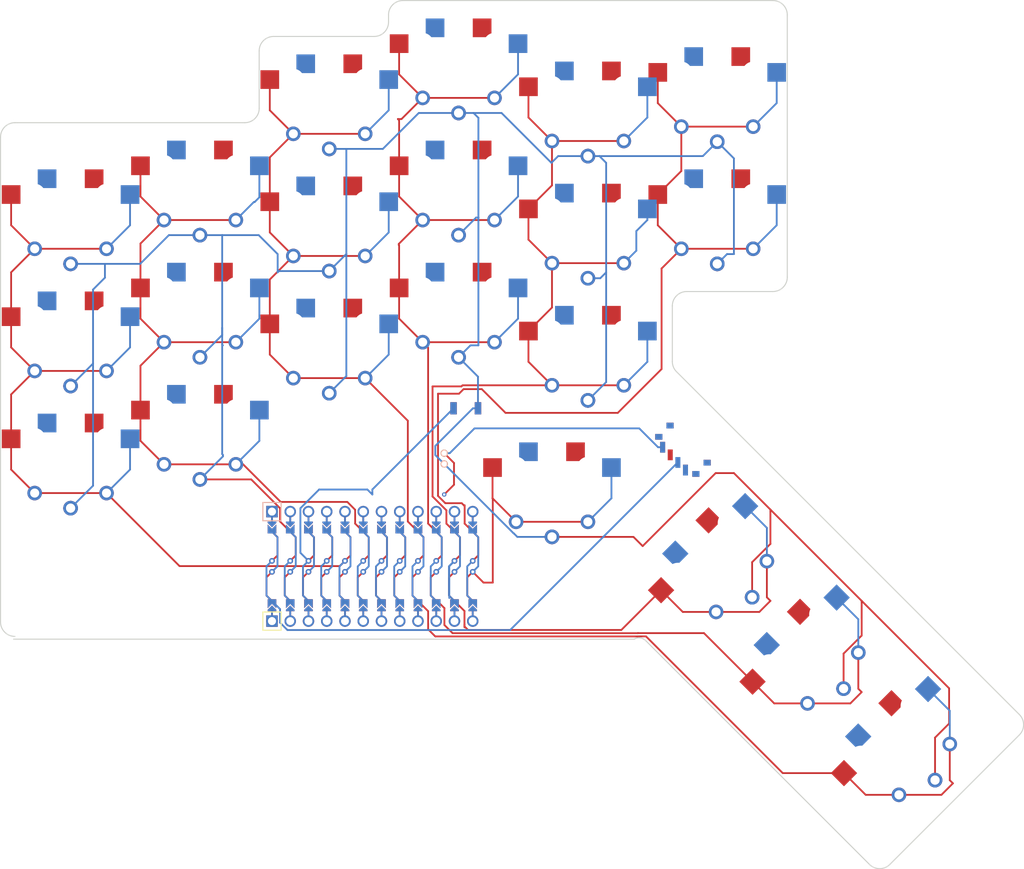
<source format=kicad_pcb>
(kicad_pcb (version 20211014) (generator pcbnew)
  (title_block (title "lenz01") (rev "v1.0.0") (company "Unknown"))
  (layers (0 "F.Cu" signal) (31 "B.Cu" signal) (34 "B.Paste" user) (35 "F.Paste" user) (36 "B.SilkS" user "B.Silkscreen") (37 "F.SilkS" user "F.Silkscreen") (38 "B.Mask" user) (39 "F.Mask" user) (44 "Edge.Cuts" user))
  (net 0 "")
  (net 1 "prepinky_bottom")
  (net 2 "P21")
  (net 3 "GND")
  (net 4 "prepinky_home")
  (net 5 "prepinky_top")
  (net 6 "pinky_bottom")
  (net 7 "P20")
  (net 8 "pinky_home")
  (net 9 "pinky_top")
  (net 10 "ring_bottom")
  (net 11 "P15")
  (net 12 "ring_home")
  (net 13 "ring_top")
  (net 14 "middle_bottom")
  (net 15 "P14")
  (net 16 "middle_home")
  (net 17 "middle_top")
  (net 18 "index_bottom")
  (net 19 "P16")
  (net 20 "index_home")
  (net 21 "index_top")
  (net 22 "postindex_home")
  (net 23 "P10")
  (net 24 "postindex_top")
  (net 25 "near_home")
  (net 26 "P9")
  (net 27 "center1_home")
  (net 28 "P8")
  (net 29 "center2_home")
  (net 30 "P7")
  (net 31 "center3_home")
  (net 32 "P6")
  (net 33 "RAW")
  (net 34 "RST")
  (net 35 "VCC")
  (net 36 "P19")
  (net 37 "P18")
  (net 38 "P1")
  (net 39 "P0")
  (net 40 "P2")
  (net 41 "P3")
  (net 42 "P4")
  (net 43 "P5")
  (net 44 "pos")
  (footprint "lib:bat" (layer "F.Cu") (at 185.74 150.38)
    (fp_text reference "")
    (fp_text value "")
  )
  (footprint "PG1350" (layer "F.Cu") (at 133.74 151.38 180)
    (fp_text reference "S2" hide)
    (fp_text value "" hide)
  )
  (footprint "PG1350" (layer "F.Cu") (at 133.74 117.38)
    (fp_text reference "S5" hide)
    (fp_text value "" hide)
  )
  (footprint "PG1350" (layer "F.Cu") (at 169.74 101.38)
    (fp_text reference "S17" hide)
    (fp_text value "" hide)
  )
  (footprint "PG1350" (layer "F.Cu") (at 187.74 113.38)
    (fp_text reference "S21" hide)
    (fp_text value "" hide)
  )
  (footprint "PG1350" (layer "F.Cu") (at 223.74 117.38)
    (fp_text reference "S31" hide)
    (fp_text value "" hide)
  )
  (footprint "PG1350" (layer "F.Cu") (at 200.74 155.38)
    (fp_text reference "S35" hide)
    (fp_text value "" hide)
  )
  (footprint "PG1350" (layer "F.Cu") (at 133.74 134.38 180)
    (fp_text reference "S4" hide)
    (fp_text value "" hide)
  )
  (footprint "Button_Switch_SMD:SW_SPDT_PCM12" (layer "F.Cu") (at 218.74 149.38 135)
    (fp_text reference "")
    (fp_text value "")
  )
  (footprint "PG1350" (layer "F.Cu") (at 169.74 101.38 180)
    (fp_text reference "S18" hide)
    (fp_text value "" hide)
  )
  (footprint "PG1350" (layer "F.Cu") (at 169.74 135.38)
    (fp_text reference "S13" hide)
    (fp_text value "" hide)
  )
  (footprint "PG1350" (layer "F.Cu") (at 223.74 100.38 180)
    (fp_text reference "S34" hide)
    (fp_text value "" hide)
  )
  (footprint "PG1350" (layer "F.Cu") (at 169.74 135.38 180)
    (fp_text reference "S14" hide)
    (fp_text value "" hide)
  )
  (footprint "Button_Switch_SMD:SW_SPST_B3U-1000P" (layer "F.Cu") (at 188.74 143.38)
    (fp_text reference "")
    (fp_text value "")
  )
  (footprint "PG1350" (layer "F.Cu") (at 187.74 113.38 180)
    (fp_text reference "S22" hide)
    (fp_text value "" hide)
  )
  (footprint "PG1350" (layer "F.Cu") (at 249.880873 190.957164 -135)
    (fp_text reference "S42" hide)
    (fp_text value "" hide)
  )
  (footprint "PG1350" (layer "F.Cu") (at 187.74 130.38 180)
    (fp_text reference "S20" hide)
    (fp_text value "" hide)
  )
  (footprint "PG1350" (layer "F.Cu") (at 151.74 147.38 180)
    (fp_text reference "S8" hide)
    (fp_text value "" hide)
  )
  (footprint "PG1350" (layer "F.Cu") (at 200.74 155.38 180)
    (fp_text reference "S36" hide)
    (fp_text value "" hide)
  )
  (footprint "PG1350" (layer "F.Cu") (at 205.74 119.38)
    (fp_text reference "S27" hide)
    (fp_text value "" hide)
  )
  (footprint "ProMicro" (layer "F.Cu") (at 175.74 165.38)
    (fp_text reference "MCU1" hide)
    (fp_text value "")
  )
  (footprint "PG1350" (layer "F.Cu") (at 237.152951 178.229242 45)
    (fp_text reference "S39" hide)
    (fp_text value "" hide)
  )
  (footprint "PG1350" (layer "F.Cu") (at 205.74 136.38)
    (fp_text reference "S25" hide)
    (fp_text value "" hide)
  )
  (footprint "PG1350" (layer "F.Cu") (at 205.74 136.38 180)
    (fp_text reference "S26" hide)
    (fp_text value "" hide)
  )
  (footprint "PG1350" (layer "F.Cu") (at 205.74 102.38 180)
    (fp_text reference "S30" hide)
    (fp_text value "" hide)
  )
  (footprint "PG1350" (layer "F.Cu") (at 205.74 119.38 180)
    (fp_text reference "S28" hide)
    (fp_text value "" hide)
  )
  (footprint "PG1350" (layer "F.Cu") (at 151.74 130.38)
    (fp_text reference "S9" hide)
    (fp_text value "" hide)
  )
  (footprint "PG1350" (layer "F.Cu") (at 169.74 118.38 180)
    (fp_text reference "S16" hide)
    (fp_text value "" hide)
  )
  (footprint "PG1350" (layer "F.Cu") (at 187.74 96.38)
    (fp_text reference "S23" hide)
    (fp_text value "" hide)
  )
  (footprint "PG1350" (layer "F.Cu") (at 223.74 117.38 180)
    (fp_text reference "S32" hide)
    (fp_text value "" hide)
  )
  (footprint "PG1350" (layer "F.Cu") (at 151.74 147.38)
    (fp_text reference "S7" hide)
    (fp_text value "" hide)
  )
  (footprint "PG1350" (layer "F.Cu") (at 249.880873 190.957164 45)
    (fp_text reference "S41" hide)
    (fp_text value "" hide)
  )
  (footprint "PG1350" (layer "F.Cu") (at 187.74 130.38)
    (fp_text reference "S19" hide)
    (fp_text value "" hide)
  )
  (footprint "PG1350" (layer "F.Cu") (at 133.74 134.38)
    (fp_text reference "S3" hide)
    (fp_text value "" hide)
  )
  (footprint "PG1350" (layer "F.Cu") (at 133.74 117.38 180)
    (fp_text reference "S6" hide)
    (fp_text value "" hide)
  )
  (footprint "PG1350" (layer "F.Cu") (at 223.74 100.38)
    (fp_text reference "S33" hide)
    (fp_text value "" hide)
  )
  (footprint "PG1350" (layer "F.Cu") (at 205.74 102.38)
    (fp_text reference "S29" hide)
    (fp_text value "" hide)
  )
  (footprint "PG1350" (layer "F.Cu") (at 151.74 130.38 180)
    (fp_text reference "S10" hide)
    (fp_text value "" hide)
  )
  (footprint "PG1350" (layer "F.Cu") (at 237.152951 178.229242 -135)
    (fp_text reference "S40" hide)
    (fp_text value "" hide)
  )
  (footprint "VIA-0.6mm" (layer "F.Cu") (at 185.74 155.38)
    (fp_text reference "REF**" hide)
    (fp_text value "VIA-0.6mm" hide)
  )
  (footprint "PG1350" (layer "F.Cu") (at 151.74 113.38 180)
    (fp_text reference "S12" hide)
    (fp_text value "" hide)
  )
  (footprint "PG1350" (layer "F.Cu") (at 169.74 118.38)
    (fp_text reference "S15" hide)
    (fp_text value "" hide)
  )
  (footprint "PG1350" (layer "F.Cu") (at 151.74 113.38)
    (fp_text reference "S11" hide)
    (fp_text value "" hide)
  )
  (footprint "PG1350" (layer "F.Cu") (at 224.425029 165.50132 45)
    (fp_text reference "S37" hide)
    (fp_text value "" hide)
  )
  (footprint "PG1350" (layer "F.Cu") (at 224.425029 165.50132 -135)
    (fp_text reference "S38" hide)
    (fp_text value "" hide)
  )
  (footprint "PG1350" (layer "F.Cu") (at 187.74 96.38 180)
    (fp_text reference "S24" hide)
    (fp_text value "" hide)
  )
  (footprint "PG1350" (layer "F.Cu") (at 133.74 151.38)
    (fp_text reference "S1" hide)
    (fp_text value "" hide)
  )
  (gr_line (start 217.49 136.878214) (end 217.49 129.13) (layer "Edge.Cuts") (width 0.15))
  (gr_line (start 218.075786 138.292428) (end 265.790775 186.007417) (layer "Edge.Cuts") (width 0.15))
  (gr_line (start 125.99 103.63) (end 157.99 103.63) (layer "Edge.Cuts") (width 0.15))
  (gr_arc (start 212.183 175.514) (mid 213.015964 175.341546) (end 213.779845 175.715786) (layer "Edge.Cuts") (width 0.15))
  (gr_line (start 177.99 89.63) (end 177.99 88.63) (layer "Edge.Cuts") (width 0.15))
  (gr_arc (start 123.99 105.63) (mid 124.575786 104.215786) (end 125.99 103.63) (layer "Edge.Cuts") (width 0.15))
  (gr_arc (start 125.99 175.13) (mid 124.575786 174.544214) (end 123.99 173.13) (layer "Edge.Cuts") (width 0.15))
  (gr_line (start 125.807369 175.514) (end 212.183 175.514) (layer "Edge.Cuts") (width 0.15))
  (gr_line (start 219.49 127.13) (end 231.49 127.13) (layer "Edge.Cuts") (width 0.15))
  (gr_arc (start 231.49 86.63) (mid 232.904214 87.215786) (end 233.49 88.63) (layer "Edge.Cuts") (width 0.15))
  (gr_line (start 213.779845 175.715786) (end 244.931126 206.867067) (layer "Edge.Cuts") (width 0.15))
  (gr_arc (start 159.99 101.63) (mid 159.404214 103.044214) (end 157.99 103.63) (layer "Edge.Cuts") (width 0.15))
  (gr_line (start 247.759553 206.867067) (end 265.790776 188.835844) (layer "Edge.Cuts") (width 0.15))
  (gr_line (start 161.99 91.63) (end 175.99 91.63) (layer "Edge.Cuts") (width 0.15))
  (gr_arc (start 233.49 125.13) (mid 232.904214 126.544214) (end 231.49 127.13) (layer "Edge.Cuts") (width 0.15))
  (gr_line (start 233.49 125.13) (end 233.49 88.63) (layer "Edge.Cuts") (width 0.15))
  (gr_arc (start 159.99 93.63) (mid 160.575786 92.215786) (end 161.99 91.63) (layer "Edge.Cuts") (width 0.15))
  (gr_arc (start 247.759553 206.867066) (mid 246.34534 207.452853) (end 244.931126 206.867067) (layer "Edge.Cuts") (width 0.15))
  (gr_line (start 123.99 173.13) (end 123.99 105.63) (layer "Edge.Cuts") (width 0.15))
  (gr_arc (start 177.99 89.63) (mid 177.404214 91.044214) (end 175.99 91.63) (layer "Edge.Cuts") (width 0.15))
  (gr_arc (start 217.49 129.13) (mid 218.075786 127.715786) (end 219.49 127.13) (layer "Edge.Cuts") (width 0.15))
  (gr_arc (start 218.075786 138.292428) (mid 217.64224 137.643581) (end 217.49 136.878214) (layer "Edge.Cuts") (width 0.15))
  (gr_arc (start 177.99 88.63) (mid 178.575786 87.215786) (end 179.99 86.63) (layer "Edge.Cuts") (width 0.15))
  (gr_arc (start 265.790775 186.007417) (mid 266.376562 187.42163) (end 265.790776 188.835844) (layer "Edge.Cuts") (width 0.15))
  (gr_line (start 159.99 101.63) (end 159.99 93.63) (layer "Edge.Cuts") (width 0.15))
  (gr_line (start 179.99 86.63) (end 231.49 86.63) (layer "Edge.Cuts") (width 0.15))
  (segment (start 125.465 151.905) (end 128.74 155.18) (width 0.25) (layer "F.Cu") (net 2))
  (segment (start 125.465 141.455) (end 128.74 138.18) (width 0.25) (layer "F.Cu") (net 2))
  (segment (start 171.205 165.343) (end 171.93 164.618) (width 0.25) (layer "F.Cu") (net 2))
  (segment (start 128.74 138.18) (end 125.465 134.905) (width 0.25) (layer "F.Cu") (net 2))
  (segment (start 125.465 117.905) (end 125.465 113.63) (width 0.25) (layer "F.Cu") (net 2))
  (segment (start 125.465 124.455) (end 128.74 121.18) (width 0.25) (layer "F.Cu") (net 2))
  (segment (start 125.465 134.905) (end 125.465 130.63) (width 0.25) (layer "F.Cu") (net 2))
  (segment (start 138.74 155.18) (end 148.903 165.343) (width 0.25) (layer "F.Cu") (net 2))
  (segment (start 128.74 121.18) (end 125.465 117.905) (width 0.25) (layer "F.Cu") (net 2))
  (segment (start 125.465 147.63) (end 125.465 141.455) (width 0.25) (layer "F.Cu") (net 2))
  (segment (start 125.465 147.63) (end 125.465 151.905) (width 0.25) (layer "F.Cu") (net 2))
  (segment (start 128.74 138.18) (end 138.74 138.18) (width 0.25) (layer "F.Cu") (net 2))
  (segment (start 128.74 155.18) (end 138.74 155.18) (width 0.25) (layer "F.Cu") (net 2))
  (segment (start 128.74 121.18) (end 138.74 121.18) (width 0.25) (layer "F.Cu") (net 2))
  (segment (start 125.465 130.63) (end 125.465 124.455) (width 0.25) (layer "F.Cu") (net 2))
  (segment (start 148.903 165.343) (end 171.205 165.343) (width 0.25) (layer "F.Cu") (net 2))
  (segment (start 142.015 134.905) (end 138.74 138.18) (width 0.25) (layer "B.Cu") (net 2))
  (segment (start 142.015 147.63) (end 142.015 151.905) (width 0.25) (layer "B.Cu") (net 2))
  (segment (start 142.015 130.63) (end 142.015 134.905) (width 0.25) (layer "B.Cu") (net 2))
  (segment (start 142.015 151.905) (end 138.74 155.18) (width 0.25) (layer "B.Cu") (net 2))
  (segment (start 142.015 113.63) (end 142.015 117.905) (width 0.25) (layer "B.Cu") (net 2))
  (segment (start 142.015 117.905) (end 138.74 121.18) (width 0.25) (layer "B.Cu") (net 2))
  (segment (start 254.052803 189.219094) (end 256.01143 187.260467) (width 0.25) (layer "F.Cu") (net 3))
  (segment (start 231.14 162.25372) (end 228.596959 164.796761) (width 0.25) (layer "F.Cu") (net 3))
  (segment (start 162.895 157.294009) (end 162.895 159.139) (width 0.25) (layer "F.Cu") (net 3))
  (segment (start 223.52 152.4) (end 213.36 162.56) (width 0.25) (layer "F.Cu") (net 3))
  (segment (start 241.324881 177.524683) (end 241.324881 182.401172) (width 0.25) (layer "F.Cu") (net 3))
  (segment (start 256.01143 187.260467) (end 256.01143 182.35143) (width 0.25) (layer "F.Cu") (net 3))
  (segment (start 231.14 157.48) (end 231.14 162.25372) (width 0.25) (layer "F.Cu") (net 3))
  (segment (start 226.06 152.4) (end 223.52 152.4) (width 0.25) (layer "F.Cu") (net 3))
  (segment (start 243.84 175.009564) (end 241.324881 177.524683) (width 0.25) (layer "F.Cu") (net 3))
  (segment (start 162.895 159.139) (end 164.31 160.554) (width 0.25) (layer "F.Cu") (net 3))
  (segment (start 151.74 153.28) (end 158.880991 153.28) (width 0.25) (layer "F.Cu") (net 3))
  (segment (start 158.880991 153.28) (end 162.895 157.294009) (width 0.25) (layer "F.Cu") (net 3))
  (segment (start 243.84 170.18) (end 243.84 175.009564) (width 0.25) (layer "F.Cu") (net 3))
  (segment (start 213.36 162.56) (end 212.08 161.28) (width 0.25) (layer "F.Cu") (net 3))
  (segment (start 254.052803 195.129094) (end 254.052803 189.219094) (width 0.25) (layer "F.Cu") (net 3))
  (segment (start 228.596959 164.796761) (end 228.596959 169.67325) (width 0.25) (layer "F.Cu") (net 3))
  (segment (start 256.01143 182.35143) (end 243.84 170.18) (width 0.25) (layer "F.Cu") (net 3))
  (segment (start 243.84 170.18) (end 231.14 157.48) (width 0.25) (layer "F.Cu") (net 3))
  (segment (start 231.14 157.48) (end 226.06 152.4) (width 0.25) (layer "F.Cu") (net 3))
  (segment (start 212.08 161.28) (end 200.74 161.28) (width 0.25) (layer "F.Cu") (net 3))
  (segment (start 147.42 119.28) (end 143.42 123.28) (width 0.25) (layer "B.Cu") (net 3))
  (segment (start 201.6 108.28) (end 205.74 108.28) (width 0.25) (layer "B.Cu") (net 3))
  (segment (start 221.74 108.28) (end 223.74 106.28) (width 0.25) (layer "B.Cu") (net 3))
  (segment (start 187.74 102.28) (end 189.82 102.28) (width 0.25) (layer "B.Cu") (net 3))
  (segment (start 154.84 119.28) (end 159.92 119.28) (width 0.25) (layer "B.Cu") (net 3))
  (segment (start 208.28 124.46) (end 207.46 125.28) (width 0.25) (layer "B.Cu") (net 3))
  (segment (start 190.5 116.84) (end 190.5 134.62) (width 0.25) (layer "B.Cu") (net 3))
  (segment (start 195.419 160.782) (end 195.917 161.28) (width 0.25) (layer "B.Cu") (net 3))
  (segment (start 138.52 125.203301) (end 136.864999 126.858302) (width 0.25) (layer "B.Cu") (net 3))
  (segment (start 154.94 149.86) (end 154.94 150.08) (width 0.25) (layer "B.Cu") (net 3))
  (segment (start 172.12 107.28) (end 177.2 107.28) (width 0.25) (layer "B.Cu") (net 3))
  (segment (start 143.42 123.28) (end 138.52 123.28) (width 0.25) (layer "B.Cu") (net 3))
  (segment (start 172.12 138.9) (end 169.74 141.28) (width 0.25) (layer "B.Cu") (net 3))
  (segment (start 172.12 121.9) (end 172.12 138.9) (width 0.25) (layer "B.Cu") (net 3))
  (segment (start 190.44 138.98) (end 187.74 136.28) (width 0.25) (layer "B.Cu") (net 3))
  (segment (start 190.44 143.38) (end 190.44 138.98) (width 0.25) (layer "B.Cu") (net 3))
  (segment (start 151.74 119.28) (end 147.42 119.28) (width 0.25) (layer "B.Cu") (net 3))
  (segment (start 159.92 119.28) (end 162.56 121.92) (width 0.25) (layer "B.Cu") (net 3))
  (segment (start 226.06 121.92) (end 225.1 121.92) (width 0.25) (layer "B.Cu") (net 3))
  (segment (start 136.864999 154.155001) (end 133.74 157.28) (width 0.25) (layer "B.Cu") (net 3))
  (segment (start 190.5 116.84) (end 190.18 116.84) (width 0.25) (layer "B.Cu") (net 3))
  (segment (start 169.74 107.28) (end 172.12 107.28) (width 0.25) (layer "B.Cu") (net 3))
  (segment (start 223.74 106.28) (end 226.06 108.6) (width 0.25) (layer "B.Cu") (net 3))
  (segment (start 190.18 116.84) (end 187.74 119.28) (width 0.25) (layer "B.Cu") (net 3))
  (segment (start 136.864999 137.155001) (end 133.74 140.28) (width 0.25) (layer "B.Cu") (net 3))
  (segment (start 136.864999 137.155001) (end 136.864999 154.155001) (width 0.25) (layer "B.Cu") (net 3))
  (segment (start 154.84 132.18) (end 154.84 134.52) (width 0.25) (layer "B.Cu") (net 3))
  (segment (start 154.84 133.18) (end 151.74 136.28) (width 0.25) (layer "B.Cu") (net 3))
  (segment (start 162.56 121.92) (end 162.56 124.46) (width 0.25) (layer "B.Cu") (net 3))
  (segment (start 225.1 121.92) (end 223.74 123.28) (width 0.25) (layer "B.Cu") (net 3))
  (segment (start 162.74 124.28) (end 169.74 124.28) (width 0.25) (layer "B.Cu") (net 3))
  (segment (start 177.2 107.28) (end 182.2 102.28) (width 0.25) (layer "B.Cu") (net 3))
  (segment (start 182.2 102.28) (end 187.74 102.28) (width 0.25) (layer "B.Cu") (net 3))
  (segment (start 151.74 119.28) (end 154.84 119.28) (width 0.25) (layer "B.Cu") (net 3))
  (segment (start 189.82 102.28) (end 193.72 102.28) (width 0.25) (layer "B.Cu") (net 3))
  (segment (start 138.52 123.28) (end 133.74 123.28) (width 0.25) (layer "B.Cu") (net 3))
  (segment (start 154.84 119.28) (end 154.84 132.18) (width 0.25) (layer "B.Cu") (net 3))
  (segment (start 154.84 134.52) (end 154.94 134.62) (width 0.25) (layer "B.Cu") (net 3))
  (segment (start 226.06 108.6) (end 226.06 121.92) (width 0.25) (layer "B.Cu") (net 3))
  (segment (start 154.84 134.52) (end 154.84 149.76) (width 0.25) (layer "B.Cu") (net 3))
  (segment (start 154.84 132.18) (end 154.84 133.18) (width 0.25) (layer "B.Cu") (net 3))
  (segment (start 207.34 108.28) (end 221.74 108.28) (width 0.25) (layer "B.Cu") (net 3))
  (segment (start 136.864999 126.858302) (end 136.864999 137.155001) (width 0.25) (layer "B.Cu") (net 3))
  (segment (start 190.5 102.96) (end 190.5 116.84) (width 0.25) (layer "B.Cu") (net 3))
  (segment (start 154.84 149.76) (end 154.94 149.86) (width 0.25) (layer "B.Cu") (net 3))
  (segment (start 195.392 160.782) (end 195.419 160.782) (width 0.25) (layer "B.Cu") (net 3))
  (segment (start 208.28 124.46) (end 208.28 109.22) (width 0.25) (layer "B.Cu") (net 3))
  (segment (start 205.74 108.28) (end 207.34 108.28) (width 0.25) (layer "B.Cu") (net 3))
  (segment (start 193.72 102.28) (end 200.66 109.22) (width 0.25) (layer "B.Cu") (net 3))
  (segment (start 189.82 102.28) (end 190.5 102.96) (width 0.25) (layer "B.Cu") (net 3))
  (segment (start 190.44 143.38) (end 189.74 143.38) (width 0.25) (layer "B.Cu") (net 3))
  (segment (start 189.74 143.38) (end 184.497 148.623) (width 0.25) (layer "B.Cu") (net 3))
  (segment (start 207.46 125.28) (end 205.74 125.28) (width 0.25) (layer "B.Cu") (net 3))
  (segment (start 184.497 149.887) (end 185.74 151.13) (width 0.25) (layer "B.Cu") (net 3))
  (segment (start 185.74 151.13) (end 195.392 160.782) (width 0.25) (layer "B.Cu") (net 3))
  (segment (start 189.4 134.62) (end 187.74 136.28) (width 0.25) (layer "B.Cu") (net 3))
  (segment (start 208.28 139.74) (end 205.74 142.28) (width 0.25) (layer "B.Cu") (net 3))
  (segment (start 195.917 161.28) (end 200.74 161.28) (width 0.25) (layer "B.Cu") (net 3))
  (segment (start 200.66 109.22) (end 201.6 108.28) (width 0.25) (layer "B.Cu") (net 3))
  (segment (start 172.12 121.9) (end 169.74 124.28) (width 0.25) (layer "B.Cu") (net 3))
  (segment (start 138.52 123.28) (end 138.52 125.203301) (width 0.25) (layer "B.Cu") (net 3))
  (segment (start 162.56 124.46) (end 162.74 124.28) (width 0.25) (layer "B.Cu") (net 3))
  (segment (start 154.94 150.08) (end 151.74 153.28) (width 0.25) (layer "B.Cu") (net 3))
  (segment (start 184.497 148.623) (end 184.497 149.887) (width 0.25) (layer "B.Cu") (net 3))
  (segment (start 208.28 109.22) (end 207.34 108.28) (width 0.25) (layer "B.Cu") (net 3))
  (segment (start 172.12 107.28) (end 172.12 121.9) (width 0.25) (layer "B.Cu") (net 3))
  (segment (start 208.28 124.46) (end 208.28 139.74) (width 0.25) (layer "B.Cu") (net 3))
  (segment (start 190.5 134.62) (end 189.4 134.62) (width 0.25) (layer "B.Cu") (net 3))
  (segment (start 143.465 109.63) (end 143.465 113.905) (width 0.25) (layer "F.Cu") (net 7))
  (segment (start 143.465 126.63) (end 143.465 130.905) (width 0.25) (layer "F.Cu") (net 7))
  (segment (start 162.983567 156.413567) (end 172.254567 156.413567) (width 0.25) (layer "F.Cu") (net 7))
  (segment (start 143.465 126.63) (end 143.465 120.455) (width 0.25) (layer "F.Cu") (net 7))
  (segment (start 143.465 113.905) (end 146.74 117.18) (width 0.25) (layer "F.Cu") (net 7))
  (segment (start 146.74 117.18) (end 156.74 117.18) (width 0.25) (layer "F.Cu") (net 7))
  (segment (start 157.75 151.18) (end 162.983567 156.413567) (width 0.25) (layer "F.Cu") (net 7))
  (segment (start 143.465 143.63) (end 143.465 137.455) (width 0.25) (layer "F.Cu") (net 7))
  (segment (start 172.254567 156.413567) (end 173.345 157.504) (width 0.25) (layer "F.Cu") (net 7))
  (segment (start 143.465 137.455) (end 146.74 134.18) (width 0.25) (layer "F.Cu") (net 7))
  (segment (start 146.74 134.18) (end 156.74 134.18) (width 0.25) (layer "F.Cu") (net 7))
  (segment (start 173.345 159.429) (end 174.47 160.554) (width 0.25) (layer "F.Cu") (net 7))
  (segment (start 146.74 151.18) (end 156.74 151.18) (width 0.25) (layer "F.Cu") (net 7))
  (segment (start 173.345 157.504) (end 173.345 159.429) (width 0.25) (layer "F.Cu") (net 7))
  (segment (start 143.465 130.905) (end 146.74 134.18) (width 0.25) (layer "F.Cu") (net 7))
  (segment (start 143.465 147.905) (end 146.74 151.18) (width 0.25) (layer "F.Cu") (net 7))
  (segment (start 143.465 120.455) (end 146.74 117.18) (width 0.25) (layer "F.Cu") (net 7))
  (segment (start 156.74 151.18) (end 157.75 151.18) (width 0.25) (layer "F.Cu") (net 7))
  (segment (start 143.465 143.63) (end 143.465 147.905) (width 0.25) (layer "F.Cu") (net 7))
  (segment (start 160.015 130.905) (end 156.74 134.18) (width 0.25) (layer "B.Cu") (net 7))
  (segment (start 160.015 114.017) (end 159.351 114.681) (width 0.25) (layer "B.Cu") (net 7))
  (segment (start 159.351 114.681) (end 159.239 114.681) (width 0.25) (layer "B.Cu") (net 7))
  (segment (start 160.015 126.63) (end 160.015 130.905) (width 0.25) (layer "B.Cu") (net 7))
  (segment (start 159.239 114.681) (end 156.74 117.18) (width 0.25) (layer "B.Cu") (net 7))
  (segment (start 160.015 109.63) (end 160.015 114.017) (width 0.25) (layer "B.Cu") (net 7))
  (segment (start 160.015 143.63) (end 160.015 147.905) (width 0.25) (layer "B.Cu") (net 7))
  (segment (start 160.015 147.905) (end 156.74 151.18) (width 0.25) (layer "B.Cu") (net 7))
  (segment (start 161.465 101.905) (end 161.465 97.63) (width 0.25) (layer "F.Cu") (net 11))
  (segment (start 161.465 118.905) (end 161.465 114.63) (width 0.25) (layer "F.Cu") (net 11))
  (segment (start 180.675 159.139) (end 182.09 160.554) (width 0.25) (layer "F.Cu") (net 11))
  (segment (start 161.465 131.63) (end 161.465 125.455) (width 0.25) (layer "F.Cu") (net 11))
  (segment (start 161.465 135.905) (end 164.74 139.18) (width 0.25) (layer "F.Cu") (net 11))
  (segment (start 161.465 131.63) (end 161.465 135.905) (width 0.25) (layer "F.Cu") (net 11))
  (segment (start 164.74 122.18) (end 174.74 122.18) (width 0.25) (layer "F.Cu") (net 11))
  (segment (start 174.74 139.18) (end 180.675 145.115) (width 0.25) (layer "F.Cu") (net 11))
  (segment (start 180.675 145.115) (end 180.675 159.139) (width 0.25) (layer "F.Cu") (net 11))
  (segment (start 164.74 105.18) (end 174.74 105.18) (width 0.25) (layer "F.Cu") (net 11))
  (segment (start 161.465 114.63) (end 161.465 108.455) (width 0.25) (layer "F.Cu") (net 11))
  (segment (start 164.74 122.18) (end 161.465 118.905) (width 0.25) (layer "F.Cu") (net 11))
  (segment (start 161.465 108.455) (end 164.74 105.18) (width 0.25) (layer "F.Cu") (net 11))
  (segment (start 161.465 125.455) (end 164.74 122.18) (width 0.25) (layer "F.Cu") (net 11))
  (segment (start 164.74 139.18) (end 174.74 139.18) (width 0.25) (layer "F.Cu") (net 11))
  (segment (start 164.74 105.18) (end 161.465 101.905) (width 0.25) (layer "F.Cu") (net 11))
  (segment (start 178.015 101.905) (end 174.74 105.18) (width 0.25) (layer "B.Cu") (net 11))
  (segment (start 178.015 114.63) (end 178.015 118.905) (width 0.25) (layer "B.Cu") (net 11))
  (segment (start 178.015 131.63) (end 178.015 135.905) (width 0.25) (layer "B.Cu") (net 11))
  (segment (start 178.015 135.905) (end 174.74 139.18) (width 0.25) (layer "B.Cu") (net 11))
  (segment (start 178.015 97.63) (end 178.015 101.905) (width 0.25) (layer "B.Cu") (net 11))
  (segment (start 178.015 118.905) (end 174.74 122.18) (width 0.25) (layer "B.Cu") (net 11))
  (segment (start 179.417 120.65) (end 179.465 120.698) (width 0.25) (layer "F.Cu") (net 15))
  (segment (start 179.465 126.63) (end 179.465 130.905) (width 0.25) (layer "F.Cu") (net 15))
  (segment (start 182.74 117.18) (end 179.417 120.503) (width 0.25) (layer "F.Cu") (net 15))
  (segment (start 179.796 103.124) (end 179.29 103.124) (width 0.25) (layer "F.Cu") (net 15))
  (segment (start 182.74 134.18) (end 192.74 134.18) (width 0.25) (layer "F.Cu") (net 15))
  (segment (start 179.465 96.905) (end 182.74 100.18) (width 0.25) (layer "F.Cu") (net 15))
  (segment (start 182.74 117.18) (end 192.74 117.18) (width 0.25) (layer "F.Cu") (net 15))
  (segment (start 179.465 103.299) (end 179.465 109.63) (width 0.25) (layer "F.Cu") (net 15))
  (segment (start 179.465 113.905) (end 182.74 117.18) (width 0.25) (layer "F.Cu") (net 15))
  (segment (start 179.417 120.503) (end 179.417 120.65) (width 0.25) (layer "F.Cu") (net 15))
  (segment (start 183.499933 159.423933) (end 184.63 160.554) (width 0.25) (layer "F.Cu") (net 15))
  (segment (start 182.74 134.18) (end 183.499933 134.939933) (width 0.25) (layer "F.Cu") (net 15))
  (segment (start 182.74 100.18) (end 192.74 100.18) (width 0.25) (layer "F.Cu") (net 15))
  (segment (start 182.74 100.18) (end 179.796 103.124) (width 0.25) (layer "F.Cu") (net 15))
  (segment (start 183.499933 134.939933) (end 183.499933 159.423933) (width 0.25) (layer "F.Cu") (net 15))
  (segment (start 179.465 109.63) (end 179.465 113.905) (width 0.25) (layer "F.Cu") (net 15))
  (segment (start 179.465 120.698) (end 179.465 126.63) (width 0.25) (layer "F.Cu") (net 15))
  (segment (start 179.465 130.905) (end 182.74 134.18) (width 0.25) (layer "F.Cu") (net 15))
  (segment (start 179.465 92.63) (end 179.465 96.905) (width 0.25) (layer "F.Cu") (net 15))
  (segment (start 179.29 103.124) (end 179.465 103.299) (width 0.25) (layer "F.Cu") (net 15))
  (segment (start 196.015 113.905) (end 192.74 117.18) (width 0.25) (layer "B.Cu") (net 15))
  (segment (start 196.015 109.63) (end 196.015 113.905) (width 0.25) (layer "B.Cu") (net 15))
  (segment (start 196.015 126.63) (end 196.015 130.905) (width 0.25) (layer "B.Cu") (net 15))
  (segment (start 196.015 96.905) (end 192.74 100.18) (width 0.25) (layer "B.Cu") (net 15))
  (segment (start 196.015 92.63) (end 196.015 96.905) (width 0.25) (layer "B.Cu") (net 15))
  (segment (start 196.015 130.905) (end 192.74 134.18) (width 0.25) (layer "B.Cu") (net 15))
  (segment (start 184.116 140.335) (end 184.116 155.655009) (width 0.25) (layer "F.Cu") (net 19))
  (segment (start 200.74 129.355) (end 197.465 132.63) (width 0.25) (layer "F.Cu") (net 19))
  (segment (start 188.29 140.18) (end 188.135 140.335) (width 0.25) (layer "F.Cu") (net 19))
  (segment (start 197.465 119.905) (end 200.74 123.18) (width 0.25) (layer "F.Cu") (net 19))
  (segment (start 200.74 112.355) (end 197.465 115.63) (width 0.25) (layer "F.Cu") (net 19))
  (segment (start 184.116 155.655009) (end 186.045 157.584009) (width 0.25) (layer "F.Cu") (net 19))
  (segment (start 197.465 132.63) (end 197.465 136.905) (width 0.25) (layer "F.Cu") (net 19))
  (segment (start 200.74 123.18) (end 200.74 129.355) (width 0.25) (layer "F.Cu") (net 19))
  (segment (start 197.465 115.63) (end 197.465 119.905) (width 0.25) (layer "F.Cu") (net 19))
  (segment (start 197.465 136.905) (end 200.74 140.18) (width 0.25) (layer "F.Cu") (net 19))
  (segment (start 186.045 157.584009) (end 186.045 159.429) (width 0.25) (layer "F.Cu") (net 19))
  (segment (start 197.465 102.905) (end 200.74 106.18) (width 0.25) (layer "F.Cu") (net 19))
  (segment (start 200.74 140.18) (end 188.29 140.18) (width 0.25) (layer "F.Cu") (net 19))
  (segment (start 200.74 106.18) (end 210.74 106.18) (width 0.25) (layer "F.Cu") (net 19))
  (segment (start 186.045 159.429) (end 187.17 160.554) (width 0.25) (layer "F.Cu") (net 19))
  (segment (start 200.74 140.18) (end 210.74 140.18) (width 0.25) (layer "F.Cu") (net 19))
  (segment (start 197.465 98.63) (end 197.465 102.905) (width 0.25) (layer "F.Cu") (net 19))
  (segment (start 188.135 140.335) (end 184.116 140.335) (width 0.25) (layer "F.Cu") (net 19))
  (segment (start 200.74 106.18) (end 200.74 112.355) (width 0.25) (layer "F.Cu") (net 19))
  (segment (start 200.74 123.18) (end 210.74 123.18) (width 0.25) (layer "F.Cu") (net 19))
  (segment (start 214.015 136.905) (end 210.74 140.18) (width 0.25) (layer "B.Cu") (net 19))
  (segment (start 214.015 132.63) (end 214.015 136.905) (width 0.25) (layer "B.Cu") (net 19))
  (segment (start 214.015 115.63) (end 214.015 117.18) (width 0.25) (layer "B.Cu") (net 19))
  (segment (start 212.478901 118.716099) (end 212.478901 121.441099) (width 0.25) (layer "B.Cu") (net 19))
  (segment (start 214.015 117.18) (end 212.478901 118.716099) (width 0.25) (layer "B.Cu") (net 19))
  (segment (start 214.015 102.905) (end 210.74 106.18) (width 0.25) (layer "B.Cu") (net 19))
  (segment (start 186.445 165.343) (end 186.445 169.778802) (width 0.25) (layer "B.Cu") (net 19))
  (segment (start 212.478901 121.441099) (end 210.74 123.18) (width 0.25) (layer "B.Cu") (net 19))
  (segment (start 187.17 164.618) (end 186.445 165.343) (width 0.25) (layer "B.Cu") (net 19))
  (segment (start 214.015 98.63) (end 214.015 102.905) (width 0.25) (layer "B.Cu") (net 19))
  (segment (start 187.799 141.351) (end 184.878 141.351) (width 0.25) (layer "F.Cu") (net 23))
  (segment (start 215.465 113.63) (end 215.465 117.905) (width 0.25) (layer "F.Cu") (net 23))
  (segment (start 215.465 117.905) (end 218.74 121.18) (width 0.25) (layer "F.Cu") (net 23))
  (segment (start 188.585 156.996) (end 188.585 159.429) (width 0.25) (layer "F.Cu") (net 23))
  (segment (start 218.74 104.18) (end 218.74 110.355) (width 0.25) (layer "F.Cu") (net 23))
  (segment (start 188.585 159.429) (end 189.71 160.554) (width 0.25) (layer "F.Cu") (net 23))
  (segment (start 209.897 144.018) (end 194.276 144.018) (width 0.25) (layer "F.Cu") (net 23))
  (segment (start 188.434 140.716) (end 187.799 141.351) (width 0.25) (layer "F.Cu") (net 23))
  (segment (start 188.585 156.869) (end 188.585 156.996) (width 0.25) (layer "F.Cu") (net 23))
  (segment (start 218.74 110.355) (end 215.465 113.63) (width 0.25) (layer "F.Cu") (net 23))
  (segment (start 218.74 104.18) (end 228.74 104.18) (width 0.25) (layer "F.Cu") (net 23))
  (segment (start 218.74 121.18) (end 228.74 121.18) (width 0.25) (layer "F.Cu") (net 23))
  (segment (start 218.74 121.18) (end 215.993 123.927) (width 0.25) (layer "F.Cu") (net 23))
  (segment (start 215.465 96.63) (end 215.465 100.905) (width 0.25) (layer "F.Cu") (net 23))
  (segment (start 215.993 123.927) (end 215.993 137.922) (width 0.25) (layer "F.Cu") (net 23))
  (segment (start 184.878 155.575) (end 185.894 156.591) (width 0.25) (layer "F.Cu") (net 23))
  (segment (start 215.993 137.922) (end 209.897 144.018) (width 0.25) (layer "F.Cu") (net 23))
  (segment (start 194.276 144.018) (end 190.974 140.716) (width 0.25) (layer "F.Cu") (net 23))
  (segment (start 184.878 141.351) (end 184.878 155.575) (width 0.25) (layer "F.Cu") (net 23))
  (segment (start 185.894 156.591) (end 188.18 156.591) (width 0.25) (layer "F.Cu") (net 23))
  (segment (start 190.974 140.716) (end 188.434 140.716) (width 0.25) (layer "F.Cu") (net 23))
  (segment (start 188.18 156.591) (end 188.585 156.996) (width 0.25) (layer "F.Cu") (net 23))
  (segment (start 215.465 100.905) (end 218.74 104.18) (width 0.25) (layer "F.Cu") (net 23))
  (segment (start 232.015 113.63) (end 232.015 117.905) (width 0.25) (layer "B.Cu") (net 23))
  (segment (start 232.015 117.905) (end 228.74 121.18) (width 0.25) (layer "B.Cu") (net 23))
  (segment (start 232.015 100.905) (end 228.74 104.18) (width 0.25) (layer "B.Cu") (net 23))
  (segment (start 232.015 96.63) (end 232.015 100.905) (width 0.25) (layer "B.Cu") (net 23))
  (segment (start 192.498 167.64) (end 191.208 167.64) (width 0.25) (layer "F.Cu") (net 26))
  (segment (start 191.208 167.64) (end 189.71 166.142) (width 0.25) (layer "F.Cu") (net 26))
  (segment (start 195.74 159.18) (end 205.74 159.18) (width 0.25) (layer "F.Cu") (net 26))
  (segment (start 192.465 151.63) (end 192.465 155.905) (width 0.25) (layer "F.Cu") (net 26))
  (segment (start 192.498 155.938) (end 192.498 167.64) (width 0.25) (layer "F.Cu") (net 26))
  (segment (start 192.465 155.905) (end 192.498 155.938) (width 0.25) (layer "F.Cu") (net 26))
  (segment (start 192.465 155.905) (end 195.74 159.18) (width 0.25) (layer "F.Cu") (net 26))
  (segment (start 209.015 151.63) (end 209.015 155.905) (width 0.25) (layer "B.Cu") (net 26))
  (segment (start 209.015 155.905) (end 205.74 159.18) (width 0.25) (layer "B.Cu") (net 26))
  (segment (start 223.576501 171.72386) (end 229.59614 171.72386) (width 0.25) (layer "F.Cu") (net 28))
  (segment (start 218.944952 171.72386) (end 223.576501 171.72386) (width 0.25) (layer "F.Cu") (net 28))
  (segment (start 230.647569 169.687569) (end 230.647569 164.652792) (width 0.25) (layer "F.Cu") (net 28))
  (segment (start 188.561 171.597) (end 188.561 173.482) (width 0.25) (layer "F.Cu") (net 28))
  (segment (start 229.59614 171.72386) (end 231.14 170.18) (width 0.25) (layer "F.Cu") (net 28))
  (segment (start 215.92207 168.700978) (end 218.944952 171.72386) (width 0.25) (layer "F.Cu") (net 28))
  (segment (start 188.561 173.482) (end 188.561 173.863) (width 0.25) (layer "F.Cu") (net 28))
  (segment (start 210.390048 174.233) (end 189.058 174.233) (width 0.25) (layer "F.Cu") (net 28))
  (segment (start 189.058 174.233) (end 188.561 173.736) (width 0.25) (layer "F.Cu") (net 28))
  (segment (start 187.17 170.206) (end 188.561 171.597) (width 0.25) (layer "F.Cu") (net 28))
  (segment (start 188.561 173.736) (end 188.561 173.482) (width 0.25) (layer "F.Cu") (net 28))
  (segment (start 215.92207 168.700978) (end 210.390048 174.233) (width 0.25) (layer "F.Cu") (net 28))
  (segment (start 231.14 170.18) (end 230.647569 169.687569) (width 0.25) (layer "F.Cu") (net 28))
  (segment (start 227.624687 156.998361) (end 230.647569 160.021243) (width 0.25) (layer "B.Cu") (net 28))
  (segment (start 230.647569 160.021243) (end 230.647569 164.652792) (width 0.25) (layer "B.Cu") (net 28))
  (segment (start 243.84 182.88) (end 243.375491 182.415491) (width 0.25) (layer "F.Cu") (net 30))
  (segment (start 236.304423 184.451782) (end 231.672874 184.451782) (width 0.25) (layer "F.Cu") (net 30))
  (segment (start 221.895777 174.674685) (end 228.649992 181.4289) (width 0.25) (layer "F.Cu") (net 30))
  (segment (start 212.696243 174.683) (end 212.704558 174.674685) (width 0.25) (layer "F.Cu") (net 30))
  (segment (start 184.63 170.206) (end 184.777 170.206) (width 0.25) (layer "F.Cu") (net 30))
  (segment (start 184.777 170.206) (end 185.767 171.196) (width 0.25) (layer "F.Cu") (net 30))
  (segment (start 186.91 174.683) (end 212.696243 174.683) (width 0.25) (layer "F.Cu") (net 30))
  (segment (start 185.767 171.196) (end 185.767 173.54) (width 0.25) (layer "F.Cu") (net 30))
  (segment (start 242.268218 184.451782) (end 243.84 182.88) (width 0.25) (layer "F.Cu") (net 30))
  (segment (start 231.672874 184.451782) (end 228.649992 181.4289) (width 0.25) (layer "F.Cu") (net 30))
  (segment (start 185.767 173.54) (end 186.91 174.683) (width 0.25) (layer "F.Cu") (net 30))
  (segment (start 212.704558 174.674685) (end 221.895777 174.674685) (width 0.25) (layer "F.Cu") (net 30))
  (segment (start 243.375491 182.415491) (end 243.375491 177.380714) (width 0.25) (layer "F.Cu") (net 30))
  (segment (start 236.304423 184.451782) (end 242.268218 184.451782) (width 0.25) (layer "F.Cu") (net 30))
  (segment (start 243.375491 172.749165) (end 243.375491 177.380714) (width 0.25) (layer "B.Cu") (net 30))
  (segment (start 240.352609 169.726283) (end 243.375491 172.749165) (width 0.25) (layer "B.Cu") (net 30))
  (segment (start 244.400796 197.179704) (end 241.377914 194.156822) (width 0.25) (layer "F.Cu") (net 32))
  (segment (start 241.377914 194.156822) (end 232.857822 194.156822) (width 0.25) (layer "F.Cu") (net 32))
  (segment (start 183.505 174.141) (end 183.505 171.621) (width 0.25) (layer "F.Cu") (net 32))
  (segment (start 256.103413 195.143413) (end 256.103413 190.108636) (width 0.25) (layer "F.Cu") (net 32))
  (segment (start 183.505 171.621) (end 182.09 170.206) (width 0.25) (layer "F.Cu") (net 32))
  (segment (start 184.497 175.133) (end 183.505 174.141) (width 0.25) (layer "F.Cu") (net 32))
  (segment (start 249.032345 197.179704) (end 254.940296 197.179704) (width 0.25) (layer "F.Cu") (net 32))
  (segment (start 254.940296 197.179704) (end 256.54 195.58) (width 0.25) (layer "F.Cu") (net 32))
  (segment (start 213.825685 175.124685) (end 212.91708 175.124685) (width 0.25) (layer "F.Cu") (net 32))
  (segment (start 212.705058 175.133) (end 184.497 175.133) (width 0.25) (layer "F.Cu") (net 32))
  (segment (start 232.857822 194.156822) (end 213.825685 175.124685) (width 0.25) (layer "F.Cu") (net 32))
  (segment (start 256.54 195.58) (end 256.103413 195.143413) (width 0.25) (layer "F.Cu") (net 32))
  (segment (start 249.032345 197.179704) (end 244.400796 197.179704) (width 0.25) (layer "F.Cu") (net 32))
  (segment (start 212.91708 175.124685) (end 212.705058 175.133) (width 0.25) (layer "F.Cu") (net 32))
  (segment (start 256.103413 185.477087) (end 256.103413 190.108636) (width 0.25) (layer "B.Cu") (net 32))
  (segment (start 253.080531 182.454205) (end 256.103413 185.477087) (width 0.25) (layer "B.Cu") (net 32))
  (segment (start 162.895 173.216) (end 162.895 171.331) (width 0.25) (layer "B.Cu") (net 33))
  (segment (start 163.923 174.244) (end 162.895 173.216) (width 0.25) (layer "B.Cu") (net 33))
  (segment (start 162.895 171.331) (end 161.77 170.206) (width 0.25) (layer "B.Cu") (net 33))
  (segment (start 218.259167 150.921493) (end 218.233507 150.921493) (width 0.25) (layer "B.Cu") (net 33))
  (segment (start 218.233507 150.921493) (end 194.911 174.244) (width 0.25) (layer "B.Cu") (net 33))
  (segment (start 194.911 174.244) (end 163.923 174.244) (width 0.25) (layer "B.Cu") (net 33))
  (segment (start 166.85 164.618) (end 165.725 163.493) (width 0.25) (layer "B.Cu") (net 34))
  (segment (start 165.725 157.294009) (end 168.333009 154.686) (width 0.25) (layer "B.Cu") (net 34))
  (segment (start 175.74 154.68) (end 175.74 155.38) (width 0.25) (layer "B.Cu") (net 34))
  (segment (start 187.04 143.38) (end 175.74 154.68) (width 0.25) (layer "B.Cu") (net 34))
  (segment (start 175.046 154.686) (end 175.74 155.38) (width 0.25) (layer "B.Cu") (net 34))
  (segment (start 165.725 163.493) (end 165.725 157.294009) (width 0.25) (layer "B.Cu") (net 34))
  (segment (start 168.333009 154.686) (end 175.046 154.686) (width 0.25) (layer "B.Cu") (net 34))
  (segment (start 187.102179 154.017821) (end 185.74 155.38) (width 0.25) (layer "F.Cu") (net 44))
  (segment (start 185.74 149.63) (end 187.102179 150.992179) (width 0.25) (layer "F.Cu") (net 44))
  (segment (start 187.102179 150.992179) (end 187.102179 154.017821) (width 0.25) (layer "F.Cu") (net 44))
  (segment (start 216.137847 148.800172) (end 215.507085 148.800172) (width 0.25) (layer "B.Cu") (net 44))
  (segment (start 215.507085 148.800172) (end 212.883913 146.177) (width 0.25) (layer "B.Cu") (net 44))
  (segment (start 189.958 146.177) (end 186.505 149.63) (width 0.25) (layer "B.Cu") (net 44))
  (segment (start 212.883913 146.177) (end 189.958 146.177) (width 0.25) (layer "B.Cu") (net 44))
  (segment (start 186.505 149.63) (end 185.74 149.63) (width 0.25) (layer "B.Cu") (net 44))
)
</source>
